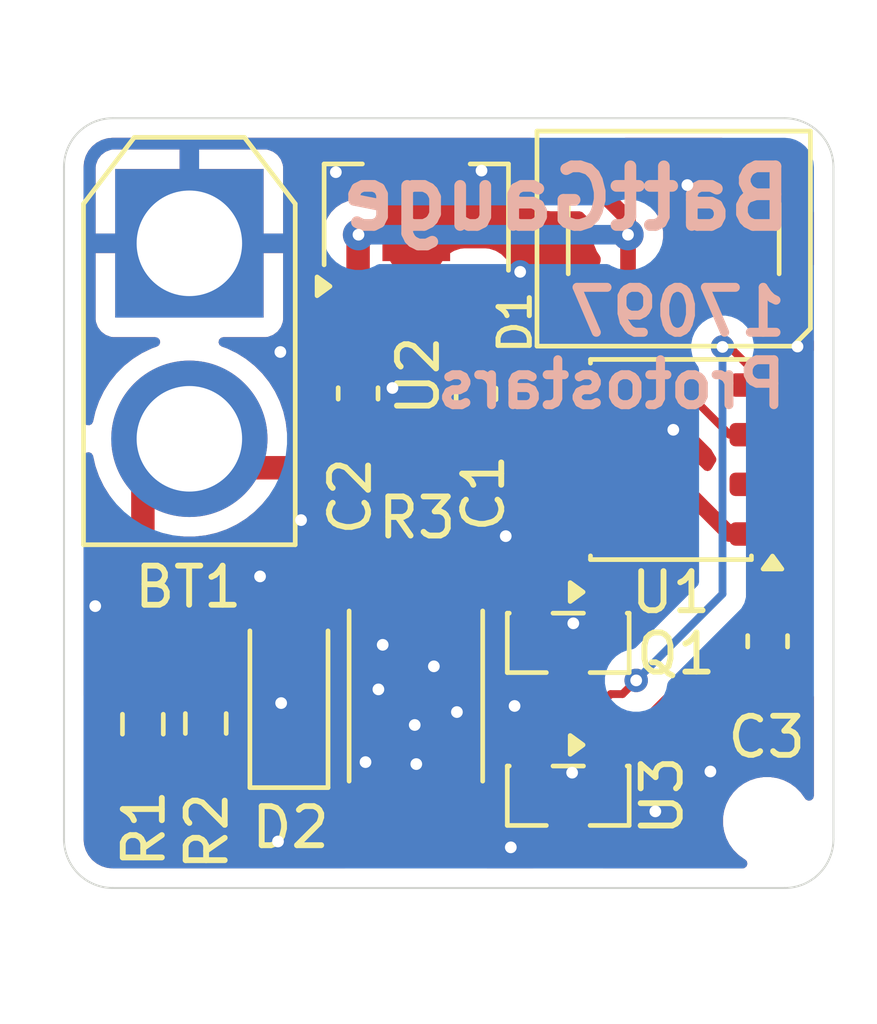
<source format=kicad_pcb>
(kicad_pcb (version 20241229) (generator "pcbnew") (generator_version "9.0")
  (layers (0 "F.Cu" signal) (2 "B.Cu" signal) (13 "F.Paste" user) (15 "B.Paste" user) (5 "F.SilkS" user "F.Silkscreen") (7 "B.SilkS" user "B.Silkscreen") (1 "F.Mask" user) (3 "B.Mask" user) (25 "Edge.Cuts" user))
  (net 0 "")
  (net 1 "+12V")
  (net 2 "GND")
  (net 3 "Net-(U1-PA1)")
  (net 5 "+5V")
  (net 6 "BATT")
  (net 9 "Net-(D1-DIN)")
  (net 10 "Net-(Q1-G)")
  (net 11 "Net-(Q1-D)")
  (footprint "Resistor_SMD:R_0603_1608Metric_Pad0.98x0.95mm_HandSolder" (layer "F.Cu") (at 205.89 138.68 -90)
    (property "Reference" "R1" (at 2.67 -0.03 90) (layer "F.SilkS"))
    (property "Value" "10k")
    (fp_line (start -0.254724 0.5225) (end 0.254724 0.5225) (stroke (width 0.12)) (layer "F.SilkS"))
    (fp_line (start -0.254724 -0.5225) (end 0.254724 -0.5225) (stroke (width 0.12)) (layer "F.SilkS"))
    (pad "1" smd roundrect (at -0.9125 0 270) (size 0.975 0.95) (layers "F.Cu" "F.Mask" "F.Paste") (net 1 "+12V"))
    (pad "2" smd roundrect (at 0.9125 0 270) (size 0.975 0.95) (layers "F.Cu" "F.Mask" "F.Paste") (net 6 "BATT"))
  )
  (footprint "Package_TO_SOT_SMD:SOT-23" (layer "F.Cu") (at 216.78 140.51 -90)
    (property "Reference" "U3" (at 0 -2.4 90) (layer "F.SilkS"))
    (property "Value" "MCP9700x-ETT")
    (fp_line (start -0.76 1.56) (end -0.76 1.51) (stroke (width 0.12)) (layer "F.SilkS"))
    (fp_line (start 0.76 1.56) (end -0.76 1.56) (stroke (width 0.12)) (layer "F.SilkS"))
    (fp_line (start 0.76 0.56) (end 0.76 1.56) (stroke (width 0.12)) (layer "F.SilkS"))
    (fp_line (start -0.76 0.39) (end -0.76 -0.39) (stroke (width 0.12)) (layer "F.SilkS"))
    (fp_line (start -0.76 -1.51) (end -0.76 -1.56) (stroke (width 0.12)) (layer "F.SilkS"))
    (fp_line (start -0.76 -1.56) (end 0.76 -1.56) (stroke (width 0.12)) (layer "F.SilkS"))
    (fp_line (start 0.76 -1.56) (end 0.76 -0.56) (stroke (width 0.12)) (layer "F.SilkS"))
    (fp_poly (pts (xy -1.3 -0.38) (xy -1.06 -0.05) (xy -1.54 -0.05)) (stroke (width 0.12)) (fill yes) (layer "F.SilkS"))
    (pad "1" smd roundrect (at -0.9375 -0.95 270) (size 1.475 0.6) (layers "F.Cu" "F.Mask" "F.Paste") (net 5 "+5V"))
    (pad "2" smd roundrect (at -0.9375 0.95 270) (size 1.475 0.6) (layers "F.Cu" "F.Mask" "F.Paste") (net 3 "Net-(U1-PA1)"))
    (pad "3" smd roundrect (at 0.9375 0 270) (size 1.475 0.6) (layers "F.Cu" "F.Mask" "F.Paste") (net 2 "GND"))
  )
  (footprint "Capacitor_SMD:C_0603_1608Metric_Pad1.08x0.95mm_HandSolder" (layer "F.Cu") (at 221.885 136.56 90)
    (property "Reference" "C3" (at -2.45 -0.025 180) (layer "F.SilkS"))
    (property "Value" "100nF")
    (fp_line (start -0.146267 -0.51) (end 0.146267 -0.51) (stroke (width 0.12)) (layer "F.SilkS"))
    (fp_line (start -0.146267 0.51) (end 0.146267 0.51) (stroke (width 0.12)) (layer "F.SilkS"))
    (pad "1" smd roundrect (at -0.8625 0 90) (size 1.075 0.95) (layers "F.Cu" "F.Mask" "F.Paste") (net 2 "GND"))
    (pad "2" smd roundrect (at 0.8625 0 90) (size 1.075 0.95) (layers "F.Cu" "F.Mask" "F.Paste") (net 5 "+5V"))
  )
  (footprint "Capacitor_SMD:C_0603_1608Metric_Pad1.08x0.95mm_HandSolder" (layer "F.Cu") (at 214.42 130.2325 90)
    (property "Reference" "C1" (at -2.5375 0.19 270) (layer "F.SilkS"))
    (property "Value" "1uF")
    (fp_line (start -0.146267 -0.51) (end 0.146267 -0.51) (stroke (width 0.12)) (layer "F.SilkS"))
    (fp_line (start -0.146267 0.51) (end 0.146267 0.51) (stroke (width 0.12)) (layer "F.SilkS"))
    (pad "1" smd roundrect (at -0.8625 0 90) (size 1.075 0.95) (layers "F.Cu" "F.Mask" "F.Paste") (net 2 "GND"))
    (pad "2" smd roundrect (at 0.8625 0 90) (size 1.075 0.95) (layers "F.Cu" "F.Mask" "F.Paste") (net 1 "+12V"))
  )
  (footprint "Package_TO_SOT_SMD:SOT-89-3" (layer "F.Cu") (at 212.89 125.71 90)
    (property "Reference" "U2" (at -4.06 0.05 90) (layer "F.SilkS"))
    (property "Value" "L78L05_SOT89")
    (fp_line (start -1.22 -2.36) (end 1.36 -2.36) (stroke (width 0.12)) (layer "F.SilkS"))
    (fp_line (start 1.36 -1.38) (end 1.36 -2.36) (stroke (width 0.12)) (layer "F.SilkS"))
    (fp_line (start 1.36 1.38) (end 1.36 2.36) (stroke (width 0.12)) (layer "F.SilkS"))
    (fp_line (start 1.36 2.36) (end -1.36 2.36) (stroke (width 0.12)) (layer "F.SilkS"))
    (fp_poly (pts (xy -1.77 -2.21) (xy -2.01 -2.54) (xy -1.53 -2.54) (xy -1.77 -2.21)) (stroke (width 0.12)) (fill yes) (layer "F.SilkS"))
    (pad "1" smd roundrect (at -1.95 -1.5 90) (size 1.3 0.9) (layers "F.Cu" "F.Mask" "F.Paste") (net 5 "+5V"))
    (pad "2" smd custom (at -1.8625 0 90) (size 1.475 0.9) (layers "F.Cu" "F.Mask" "F.Paste") (net 2 "GND") (options (clearance outline) (anchor rect)) (primitives (gr_poly (pts (xy 3.8625 0.8665) (xy 0.7375 0.8665) (xy 0.7375 -0.8665) (xy 3.8625 -0.8665)) (width 0) (fill yes))))
    (pad "3" smd roundrect (at -1.95 1.5 90) (size 1.3 0.9) (layers "F.Cu" "F.Mask" "F.Paste") (net 1 "+12V"))
  )
  (footprint "Package_SO:SOIC-8_3.9x4.9mm_P1.27mm" (layer "F.Cu") (at 219.41 131.91 180)
    (property "Reference" "U1" (at 0 -3.4 0) (layer "F.SilkS"))
    (property "Value" "ATtiny412-SS")
    (fp_line (start 2.06 2.56) (end -2.06 2.56) (stroke (width 0.12)) (layer "F.SilkS"))
    (fp_line (start 2.06 2.465) (end 2.06 2.56) (stroke (width 0.12)) (layer "F.SilkS"))
    (fp_line (start 2.06 -2.56) (end 2.06 -2.465) (stroke (width 0.12)) (layer "F.SilkS"))
    (fp_line (start -2.06 2.56) (end -2.06 2.465) (stroke (width 0.12)) (layer "F.SilkS"))
    (fp_line (start -2.06 -2.465) (end -2.06 -2.56) (stroke (width 0.12)) (layer "F.SilkS"))
    (fp_line (start -2.06 -2.56) (end 2.06 -2.56) (stroke (width 0.12)) (layer "F.SilkS"))
    (fp_poly (pts (xy -2.6 -2.47) (xy -2.84 -2.8) (xy -2.36 -2.8)) (stroke (width 0.12)) (fill yes) (layer "F.SilkS"))
    (pad "1" smd roundrect (at -2.475 -1.905 180) (size 1.95 0.6) (layers "F.Cu" "F.Mask" "F.Paste") (net 5 "+5V"))
    (pad "2" smd roundrect (at -2.475 -0.635 180) (size 1.95 0.6) (layers "F.Cu" "F.Mask" "F.Paste"))
    (pad "3" smd roundrect (at -2.475 0.635 180) (size 1.95 0.6) (layers "F.Cu" "F.Mask" "F.Paste") (net 9 "Net-(D1-DIN)"))
    (pad "4" smd roundrect (at -2.475 1.905 180) (size 1.95 0.6) (layers "F.Cu" "F.Mask" "F.Paste") (net 3 "Net-(U1-PA1)"))
    (pad "5" smd roundrect (at 2.475 1.905 180) (size 1.95 0.6) (layers "F.Cu" "F.Mask" "F.Paste") (net 6 "BATT"))
    (pad "6" smd roundrect (at 2.475 0.635 180) (size 1.95 0.6) (layers "F.Cu" "F.Mask" "F.Paste"))
    (pad "7" smd roundrect (at 2.475 -0.635 180) (size 1.95 0.6) (layers "F.Cu" "F.Mask" "F.Paste") (net 10 "Net-(Q1-G)"))
    (pad "8" smd roundrect (at 2.475 -1.905 180) (size 1.95 0.6) (layers "F.Cu" "F.Mask" "F.Paste") (net 2 "GND"))
  )
  (footprint "LED_SMD:LED_WS2812B_PLCC4_5.0x5.0mm_P3.2mm" (layer "F.Cu") (at 219.48 126.26)
    (property "Reference" "D1" (at -4.06 2.14 270) (layer "F.SilkS") (effects (font (size 0.8 0.8) (thickness 0.13))))
    (property "Value" "WS2812B")
    (fp_line (start -3.5 -2.75) (end -3.5 2.75) (stroke (width 0.12)) (layer "F.SilkS"))
    (fp_line (start -3.5 -2.75) (end 3.5 -2.75) (stroke (width 0.12)) (layer "F.SilkS"))
    (fp_line (start -3.5 2.75) (end 3.05 2.75) (stroke (width 0.12)) (layer "F.SilkS"))
    (fp_line (start -2.7 0.9) (end -2.7 -0.9) (stroke (width 0.12)) (layer "F.SilkS"))
    (fp_line (start 2.7 0.9) (end 2.7 -0.9) (stroke (width 0.12)) (layer "F.SilkS"))
    (fp_line (start 3.05 2.75) (end 3.5 2.3) (stroke (width 0.12)) (layer "F.SilkS"))
    (fp_line (start 3.5 2.3) (end 3.5 -2.75) (stroke (width 0.12)) (layer "F.SilkS"))
    (pad "1" smd roundrect (at -2.45 -1.65) (size 1.5 0.9) (layers "F.Cu" "F.Mask" "F.Paste") (roundrect_rratio 0.1) (net 5 "+5V"))
    (pad "2" smd roundrect (at -2.45 1.65) (size 1.5 0.9) (layers "F.Cu" "F.Mask" "F.Paste") (roundrect_rratio 0.1))
    (pad "3" smd roundrect (at 2.45 1.65) (size 1.5 0.9) (layers "F.Cu" "F.Mask" "F.Paste") (roundrect_rratio 0.1) (net 2 "GND"))
    (pad "4" smd roundrect (at 2.45 -1.65) (size 1.5 0.9) (layers "F.Cu" "F.Mask" "F.Paste") (roundrect_rratio 0.1) (net 9 "Net-(D1-DIN)"))
  )
  (footprint "Capacitor_SMD:C_0603_1608Metric_Pad1.08x0.95mm_HandSolder" (layer "F.Cu") (at 211.4 130.22 90)
    (property "Reference" "C2" (at -2.63 -0.2 90) (layer "F.SilkS"))
    (property "Value" "1uF")
    (fp_line (start -0.146267 -0.51) (end 0.146267 -0.51) (stroke (width 0.12)) (layer "F.SilkS"))
    (fp_line (start -0.146267 0.51) (end 0.146267 0.51) (stroke (width 0.12)) (layer "F.SilkS"))
    (pad "1" smd roundrect (at -0.8625 0 90) (size 1.075 0.95) (layers "F.Cu" "F.Mask" "F.Paste") (net 2 "GND"))
    (pad "2" smd roundrect (at 0.8625 0 90) (size 1.075 0.95) (layers "F.Cu" "F.Mask" "F.Paste") (net 5 "+5V"))
  )
  (footprint "Package_TO_SOT_SMD:SOT-23" (layer "F.Cu") (at 216.78 136.6 -90)
    (property "Reference" "Q1" (at 0.28 -2.76 180) (layer "F.SilkS"))
    (property "Value" "DMN3404L")
    (fp_line (start -0.76 1.56) (end -0.76 1.51) (stroke (width 0.12)) (layer "F.SilkS"))
    (fp_line (start 0.76 1.56) (end -0.76 1.56) (stroke (width 0.12)) (layer "F.SilkS"))
    (fp_line (start 0.76 0.56) (end 0.76 1.56) (stroke (width 0.12)) (layer "F.SilkS"))
    (fp_line (start -0.76 0.39) (end -0.76 -0.39) (stroke (width 0.12)) (layer "F.SilkS"))
    (fp_line (start -0.76 -1.51) (end -0.76 -1.56) (stroke (width 0.12)) (layer "F.SilkS"))
    (fp_line (start -0.76 -1.56) (end 0.76 -1.56) (stroke (width 0.12)) (layer "F.SilkS"))
    (fp_line (start 0.76 -1.56) (end 0.76 -0.56) (stroke (width 0.12)) (layer "F.SilkS"))
    (fp_poly (pts (xy -1.3 -0.38) (xy -1.06 -0.05) (xy -1.54 -0.05)) (stroke (width 0.12)) (fill yes) (layer "F.SilkS"))
    (pad "1" smd roundrect (at -0.9375 -0.95 270) (size 1.475 0.6) (layers "F.Cu" "F.Mask" "F.Paste") (net 10 "Net-(Q1-G)"))
    (pad "2" smd roundrect (at -0.9375 0.95 270) (size 1.475 0.6) (layers "F.Cu" "F.Mask" "F.Paste") (net 2 "GND"))
    (pad "3" smd roundrect (at 0.9375 0 270) (size 1.475 0.6) (layers "F.Cu" "F.Mask" "F.Paste") (net 11 "Net-(Q1-D)"))
  )
  (footprint "Diode_SMD:D_SOD-123" (layer "F.Cu") (at 209.63 137.9425 90)
    (property "Reference" "D2" (at -3.3775 0.04 0) (layer "F.SilkS"))
    (property "Value" "D_Zener")
    (fp_line (start -2.36 -1) (end 1.65 -1) (stroke (width 0.12)) (layer "F.SilkS"))
    (fp_line (start -2.36 -1) (end -2.36 1) (stroke (width 0.12)) (layer "F.SilkS"))
    (fp_line (start -2.36 1) (end 1.65 1) (stroke (width 0.12)) (layer "F.SilkS"))
    (pad "1" smd roundrect (at -1.65 0 90) (size 0.9 1.2) (layers "F.Cu" "F.Mask" "F.Paste") (net 6 "BATT"))
    (pad "2" smd roundrect (at 1.65 0 90) (size 0.9 1.2) (layers "F.Cu" "F.Mask" "F.Paste") (net 2 "GND"))
  )
  (footprint "XT30:AMASS_XT30U-F_1x02_P5.0mm_Vertical" (layer "F.Cu") (at 207.08 126.38 -90)
    (property "Reference" "BT1" (at 8.79 0.03 0) (layer "F.SilkS"))
    (property "Value" "Battery")
    (fp_line (start -1.01 2.71) (end 7.71 2.71) (stroke (width 0.12)) (layer "F.SilkS"))
    (fp_line (start -2.71 1.41) (end -1.01 2.71) (stroke (width 0.12)) (layer "F.SilkS"))
    (fp_line (start -2.71 -1.41) (end -2.71 1.41) (stroke (width 0.12)) (layer "F.SilkS"))
    (fp_line (start -2.71 -1.41) (end -1.01 -2.71) (stroke (width 0.12)) (layer "F.SilkS"))
    (fp_line (start -1.01 -2.71) (end 7.71 -2.71) (stroke (width 0.12)) (layer "F.SilkS"))
    (fp_line (start 7.71 -2.71) (end 7.71 2.71) (stroke (width 0.12)) (layer "F.SilkS"))
    (pad "1" thru_hole circle (at 5 0 270) (size 4 4) (drill 2.7) (layers "*.Cu" "*.Mask") (net 1 "+12V"))
    (pad "2" thru_hole rect (at 0 0 270) (size 3.8 3.8) (drill 2.7) (layers "*.Cu" "*.Mask") (net 2 "GND"))
  )
  (footprint "" (layer "F.Cu") (at 221.87 141.16)
    (property "Reference" "" (at 0 0 0) (layer "F.SilkS") (effects (font (size 1.27 1.27))))
    (property "Value" "")
    (pad "" np_thru_hole circle (at 0 0) (size 2 2) (drill 2) (layers "*.Cu" "*.Mask"))
  )
  (footprint "Resistor_SMD:R_0603_1608Metric_Pad0.98x0.95mm_HandSolder" (layer "F.Cu") (at 207.5 138.6625 90)
    (property "Reference" "R2" (at -2.7575 0.03 90) (layer "F.SilkS"))
    (property "Value" "4.7k")
    (fp_line (start -0.254724 -0.5225) (end 0.254724 -0.5225) (stroke (width 0.12)) (layer "F.SilkS"))
    (fp_line (start -0.254724 0.5225) (end 0.254724 0.5225) (stroke (width 0.12)) (layer "F.SilkS"))
    (pad "1" smd roundrect (at -0.9125 0 90) (size 0.975 0.95) (layers "F.Cu" "F.Mask" "F.Paste") (net 6 "BATT"))
    (pad "2" smd roundrect (at 0.9125 0 90) (size 0.975 0.95) (layers "F.Cu" "F.Mask" "F.Paste") (net 2 "GND"))
  )
  (footprint "Resistor_SMD:R_2512_6332Metric_Pad1.40x3.35mm_HandSolder" (layer "F.Cu") (at 212.88 137.96 90)
    (property "Reference" "R3" (at 4.56 0.03 0) (layer "F.SilkS"))
    (property "Value" "15R")
    (fp_line (start -2.177064 -1.71) (end 2.177064 -1.71) (stroke (width 0.12)) (layer "F.SilkS"))
    (fp_line (start -2.177064 1.71) (end 2.177064 1.71) (stroke (width 0.12)) (layer "F.SilkS"))
    (pad "1" smd roundrect (at -3.05 0 90) (size 1.4 3.35) (layers "F.Cu" "F.Mask" "F.Paste") (roundrect_rratio 0.178571) (net 1 "+12V"))
    (pad "2" smd roundrect (at 3.05 0 90) (size 1.4 3.35) (layers "F.Cu" "F.Mask" "F.Paste") (roundrect_rratio 0.178571) (net 11 "Net-(Q1-D)"))
  )
  (gr_line (start 205.12 123.18) (end 222.32 123.18) (stroke (width 0.05)) (layer "Edge.Cuts"))
  (gr_arc (start 223.57 141.62) (mid 223.203883 142.503883) (end 222.32 142.87) (stroke (width 0.05)) (layer "Edge.Cuts"))
  (gr_arc (start 203.87 124.43) (mid 204.236117 123.546117) (end 205.12 123.18) (stroke (width 0.05)) (layer "Edge.Cuts"))
  (gr_arc (start 222.32 123.18) (mid 223.203883 123.546117) (end 223.57 124.43) (stroke (width 0.05)) (layer "Edge.Cuts"))
  (gr_arc (start 205.12 142.87) (mid 204.236117 142.503883) (end 203.87 141.62) (stroke (width 0.05)) (layer "Edge.Cuts"))
  (gr_line (start 222.32 142.87) (end 205.12 142.87) (stroke (width 0.05)) (layer "Edge.Cuts"))
  (gr_line (start 223.57 124.43) (end 223.57 141.62) (stroke (width 0.05)) (layer "Edge.Cuts"))
  (gr_line (start 203.87 141.62) (end 203.87 124.43) (stroke (width 0.05)) (layer "Edge.Cuts"))
  (gr_text "BattGauge" (at 222.64 126.11 0) (layer "B.SilkS") (effects (font (size 1.5 1.5) (thickness 0.3) (bold yes)) (justify left bottom mirror)))
  (gr_text "17097\nProtostars" (at 222.47 130.66 0) (layer "B.SilkS") (effects (font (size 1.15 1.15) (thickness 0.23) (bold yes)) (justify left bottom mirror)))
  (segment (start 211.949978 132.121) (end 212.376 131.694978) (width 0.6) (layer "F.Cu") (net 1))
  (segment (start 212.150001 140.890001) (end 205.719735 140.890001) (width 0.5) (layer "F.Cu") (net 1))
  (segment (start 207.08 131.38) (end 207.821 132.121) (width 0.6) (layer "F.Cu") (net 1))
  (segment (start 212.376 131.414) (end 214.42 129.37) (width 0.6) (layer "F.Cu") (net 1))
  (segment (start 205.89 137.7675) (end 205.89 132.57) (width 0.6) (layer "F.Cu") (net 1))
  (segment (start 212.376 131.694978) (end 212.376 131.414) (width 0.6) (layer "F.Cu") (net 1))
  (segment (start 214.42 129.37) (end 214.42 127.61) (width 0.6) (layer "F.Cu") (net 1))
  (segment (start 212.85 141.59) (end 212.150001 140.890001) (width 0.5) (layer "F.Cu") (net 1))
  (segment (start 204.964 138.6935) (end 205.89 137.7675) (width 0.5) (layer "F.Cu") (net 1))
  (segment (start 205.89 132.57) (end 207.08 131.38) (width 0.6) (layer "F.Cu") (net 1))
  (segment (start 205.719735 140.890001) (end 204.964 140.134266) (width 0.5) (layer "F.Cu") (net 1))
  (segment (start 207.821 132.121) (end 211.949978 132.121) (width 0.6) (layer "F.Cu") (net 1))
  (segment (start 214.42 127.61) (end 214.4 127.59) (width 0.6) (layer "F.Cu") (net 1))
  (segment (start 204.964 140.134266) (end 204.964 138.6935) (width 0.5) (layer "F.Cu") (net 1))
  (segment (start 215.3425 138.3775) (end 215.08 138.64) (width 0.4) (layer "F.Cu") (net 2))
  (segment (start 215.08 138.64) (end 214.67 138.64) (width 0.4) (layer "F.Cu") (net 2))
  (segment (start 221.885 137.4225) (end 221.4175 137.4225) (width 0.4) (layer "F.Cu") (net 2))
  (segment (start 215.76 135.5925) (end 215.83 135.6625) (width 0.4) (layer "F.Cu") (net 2))
  (segment (start 215.57 138.3775) (end 215.40625 138.21375) (width 0.4) (layer "F.Cu") (net 2))
  (segment (start 215.91 135.6625) (end 215.91 134.9) (width 0.4) (layer "F.Cu") (net 2))
  (segment (start 211.4 131.0825) (end 211.4 130.98) (width 0.5) (layer "F.Cu") (net 2))
  (segment (start 214.42 130.675634) (end 215.55 129.545634) (width 0.2) (layer "F.Cu") (net 2))
  (segment (start 215.08 138.64) (end 214.34 139.38) (width 0.4) (layer "F.Cu") (net 2))
  (segment (start 221.885 137.4225) (end 222.1425 137.4225) (width 0.4) (layer "F.Cu") (net 2))
  (segment (start 216.935 133.815) (end 215.915 133.815) (width 0.2) (layer "F.Cu") (net 2))
  (segment (start 221.4175 137.4225) (end 220.69 138.15) (width 0.4) (layer "F.Cu") (net 2))
  (segment (start 215.55 129.545634) (end 215.55 129.03) (width 0.2) (layer "F.Cu") (net 2))
  (segment (start 214.67 138.64) (end 214.55 138.76) (width 0.4) (layer "F.Cu") (net 2))
  (segment (start 215.915 133.815) (end 215.37 134.36) (width 0.2) (layer "F.Cu") (net 2))
  (segment (start 222.1425 137.4225) (end 222.81 138.09) (width 0.4) (layer "F.Cu") (net 2))
  (segment (start 214.9025 137.71) (end 214.46 137.71) (width 0.4) (layer "F.Cu") (net 2))
  (segment (start 214.78 138.02) (end 214.5 138.02) (width 0.4) (layer "F.Cu") (net 2))
  (segment (start 215.76 134.75) (end 215.37 134.36) (width 0.4) (layer "F.Cu") (net 2))
  (segment (start 215.2125 138.02) (end 214.78 138.02) (width 0.4) (layer "F.Cu") (net 2))
  (segment (start 214.42 131.095) (end 214.42 130.675634) (width 0.2) (layer "F.Cu") (net 2))
  (segment (start 215.40625 138.21375) (end 215.2125 138.02) (width 0.4) (layer "F.Cu") (net 2))
  (segment (start 211.4 130.98) (end 210.02 129.6) (width 0.5) (layer "F.Cu") (net 2))
  (segment (start 215.57 138.3775) (end 214.9025 137.71) (width 0.4) (layer "F.Cu") (net 2))
  (segment (start 215.57 138.3775) (end 215.3425 138.3775) (width 0.4) (layer "F.Cu") (net 2))
  (segment (start 215.91 134.9) (end 215.76 134.75) (width 0.4) (layer "F.Cu") (net 2))
  (segment (start 215.76 134.75) (end 215.76 135.5925) (width 0.4) (layer "F.Cu") (net 2))
  (via (at 214.56 124.52) (size 0.6) (drill 0.3) (layers "F.Cu" "B.Cu") (net 2))
  (via (at 213.34 137.2) (size 0.6) (drill 0.3) (layers "F.Cu" "B.Cu") (net 2))
  (via (at 204.67 135.66) (size 0.6) (drill 0.3) (layers "F.Cu" "B.Cu") (net 2))
  (via (at 209.41 129.16) (size 0.6) (drill 0.3) (layers "F.Cu" "B.Cu") (net 2))
  (via (at 211.59 139.65) (size 0.6) (drill 0.3) (layers "F.Cu" "B.Cu") (net 2))
  (via (at 213.93 138.37) (size 0.6) (drill 0.3) (layers "F.Cu" "B.Cu") (net 2))
  (via (at 219.83 124.89) (size 0.6) (drill 0.3) (layers "F.Cu" "B.Cu") (net 2))
  (via (at 216.88 139.92) (size 0.6) (drill 0.3) (layers "F.Cu" "B.Cu") (net 2))
  (via (at 209.35 141.68) (size 0.6) (drill 0.3) (layers "F.Cu" "B.Cu") (net 2))
  (via (at 216.91 136.1) (size 0.6) (drill 0.3) (layers "F.Cu" "B.Cu") (net 2))
  (via (at 212.03 136.65) (size 0.6) (drill 0.3) (layers "F.Cu" "B.Cu") (net 2))
  (via (at 222.65 129.02) (size 0.6) (drill 0.3) (layers "F.Cu" "B.Cu") (net 2))
  (via (at 212.28 130.08) (size 0.6) (drill 0.3) (layers "F.Cu" "B.Cu") (net 2))
  (via (at 219.01 140.91) (size 0.6) (drill 0.3) (layers "F.Cu" "B.Cu") (net 2))
  (via (at 212.85 138.7) (size 0.6) (drill 0.3) (layers "F.Cu" "B.Cu") (net 2))
  (via (at 215.18 133.87) (size 0.6) (drill 0.3) (layers "F.Cu" "B.Cu") (net 2))
  (via (at 220.42 139.89) (size 0.6) (drill 0.3) (layers "F.Cu" "B.Cu") (net 2))
  (via (at 215.31 141.83) (size 0.6) (drill 0.3) (layers "F.Cu" "B.Cu") (net 2))
  (via (at 208.89 134.9) (size 0.6) (drill 0.3) (layers "F.Cu" "B.Cu") (net 2))
  (via (at 212.89 139.7) (size 0.6) (drill 0.3) (layers "F.Cu" "B.Cu") (net 2))
  (via (at 210.83 124.56) (size 0.6) (drill 0.3) (layers "F.Cu" "B.Cu") (net 2))
  (via (at 209.43 138.14) (size 0.6) (drill 0.3) (layers "F.Cu" "B.Cu") (net 2))
  (via (at 211.92 137.79) (size 0.6) (drill 0.3) (layers "F.Cu" "B.Cu") (net 2))
  (via (at 215.40625 138.21375) (size 0.6) (drill 0.3) (layers "F.Cu" "B.Cu") (net 2))
  (via (at 219.47 131.15) (size 0.6) (drill 0.3) (layers "F.Cu" "B.Cu") (net 2))
  (via (at 215.55 127.11) (size 0.6) (drill 0.3) (layers "F.Cu" "B.Cu") (net 2))
  (via (at 209.94 133.46) (size 0.6) (drill 0.3) (layers "F.Cu" "B.Cu") (net 2))
  (segment (start 216.204468 139.5725) (end 215.83 139.5725) (width 0.2) (layer "F.Cu") (net 3))
  (segment (start 221.885 130.005) (end 220.91 129.03) (width 0.2) (layer "F.Cu") (net 3))
  (segment (start 220.91 129.03) (end 220.73 129.03) (width 0.2) (layer "F.Cu") (net 3))
  (segment (start 218.52 137.56) (end 218.17 137.91) (width 0.2) (layer "F.Cu") (net 3))
  (segment (start 217.866968 137.91) (end 216.204468 139.5725) (width 0.2) (layer "F.Cu") (net 3))
  (segment (start 218.17 137.91) (end 217.866968 137.91) (width 0.2) (layer "F.Cu") (net 3))
  (via (at 218.52 137.56) (size 0.6) (drill 0.3) (layers "F.Cu" "B.Cu") (net 3))
  (via (at 220.73 129.03) (size 0.6) (drill 0.3) (layers "F.Cu" "B.Cu") (net 3))
  (segment (start 218.52 137.56) (end 220.73 135.35) (width 0.2) (layer "B.Cu") (net 3))
  (segment (start 220.73 135.35) (end 220.73 129.03) (width 0.2) (layer "B.Cu") (net 3))
  (segment (start 218.311 131.215999) (end 218.311 125.761) (width 0.4) (layer "F.Cu") (net 5))
  (segment (start 211.4 126.17) (end 211.41 126.16) (width 0.6) (layer "F.Cu") (net 5))
  (segment (start 217.73 139.5725) (end 221.605 135.6975) (width 0.2) (layer "F.Cu") (net 5))
  (segment (start 211.4 127.59) (end 211.4 129.3575) (width 0.6) (layer "F.Cu") (net 5))
  (segment (start 221.605 135.6975) (end 221.885 135.6975) (width 0.2) (layer "F.Cu") (net 5))
  (segment (start 220.910001 133.815) (end 218.311 131.215999) (width 0.4) (layer "F.Cu") (net 5))
  (segment (start 211.4 127.59) (end 211.4 126.17) (width 0.6) (layer "F.Cu") (net 5))
  (segment (start 221.885 133.815) (end 220.910001 133.815) (width 0.4) (layer "F.Cu") (net 5))
  (segment (start 221.885 133.815) (end 221.885 135.6975) (width 0.4) (layer "F.Cu") (net 5))
  (segment (start 218.311 125.761) (end 217.16 124.61) (width 0.4) (layer "F.Cu") (net 5))
  (via (at 218.31 126.16) (size 0.8) (drill 0.3) (layers "F.Cu" "B.Cu") (net 5))
  (via (at 211.41 126.16) (size 0.8) (drill 0.3) (layers "F.Cu" "B.Cu") (net 5))
  (segment (start 218.31 126.16) (end 211.41 126.16) (width 0.5) (layer "B.Cu") (net 5))
  (segment (start 210.704 134.141998) (end 211.923998 132.922) (width 0.6) (layer "F.Cu") (net 6))
  (segment (start 207.4825 139.5925) (end 207.5 139.575) (width 0.6) (layer "F.Cu") (net 6))
  (segment (start 215.459 131.69881) (end 215.459 130.85119) (width 0.6) (layer "F.Cu") (net 6))
  (segment (start 205.89 139.5925) (end 207.4825 139.5925) (width 0.6) (layer "F.Cu") (net 6))
  (segment (start 216.30519 130.005) (end 216.935 130.005) (width 0.6) (layer "F.Cu") (net 6))
  (segment (start 209.63 139.5925) (end 210.731 138.4915) (width 0.6) (layer "F.Cu") (net 6))
  (segment (start 211.923998 132.922) (end 214.23581 132.922) (width 0.6) (layer "F.Cu") (net 6))
  (segment (start 210.731 135.705002) (end 210.704 135.678002) (width 0.6) (layer "F.Cu") (net 6))
  (segment (start 210.704 135.678002) (end 210.704 134.141998) (width 0.6) (layer "F.Cu") (net 6))
  (segment (start 207.5 139.575) (end 209.6125 139.575) (width 0.6) (layer "F.Cu") (net 6))
  (segment (start 214.23581 132.922) (end 215.459 131.69881) (width 0.6) (layer "F.Cu") (net 6))
  (segment (start 215.459 130.85119) (end 216.30519 130.005) (width 0.6) (layer "F.Cu") (net 6))
  (segment (start 210.731 138.4915) (end 210.731 135.705002) (width 0.6) (layer "F.Cu") (net 6))
  (segment (start 209.6125 139.575) (end 209.63 139.5925) (width 0.6) (layer "F.Cu") (net 6))
  (segment (start 220.910001 131.275) (end 221.885 131.275) (width 0.2) (layer "F.Cu") (net 9))
  (segment (start 219.79 130.154999) (end 220.910001 131.275) (width 0.2) (layer "F.Cu") (net 9))
  (segment (start 222.06 124.61) (end 219.79 126.88) (width 0.2) (layer "F.Cu") (net 9))
  (segment (start 219.79 126.88) (end 219.79 130.154999) (width 0.2) (layer "F.Cu") (net 9))
  (segment (start 218.52 135.11) (end 217.81 135.82) (width 0.2) (layer "F.Cu") (net 10))
  (segment (start 216.935 132.545) (end 217.281968 132.545) (width 0.2) (layer "F.Cu") (net 10))
  (segment (start 217.281968 132.545) (end 218.52 133.783032) (width 0.2) (layer "F.Cu") (net 10))
  (segment (start 218.52 133.783032) (end 218.52 135.11) (width 0.2) (layer "F.Cu") (net 10))
  (segment (start 216.1235 136.801) (end 216.86 137.5375) (width 0.4) (layer "F.Cu") (net 11))
  (segment (start 214.771 136.801) (end 216.1235 136.801) (width 0.4) (layer "F.Cu") (net 11))
  (segment (start 212.88 134.91) (end 214.771 136.801) (width 0.4) (layer "F.Cu") (net 11))
  (zone (net 2) (net_name "GND") (layers "F.Cu" "B.Cu") (connect_pads (clearance 0.5)) (min_thickness 0.25) (fill yes (thermal_gap 0.5) (thermal_bridge_width 0.5))
    (polygon (pts (xy 223.66 123.13) (xy 223.62 142.91) (xy 203.77 142.87) (xy 203.84 123.13) (xy 223.76 123.17)))
  )
)
</source>
